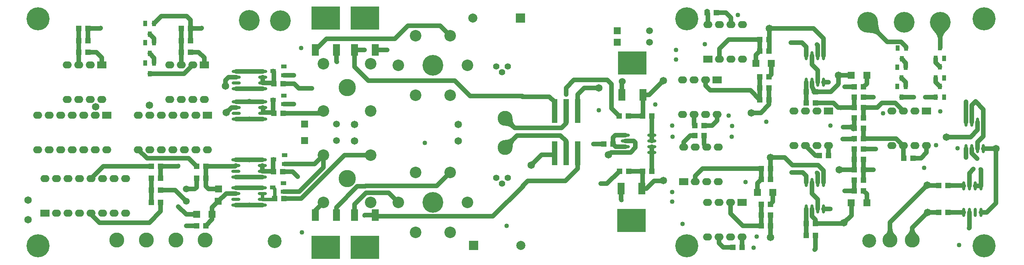
<source format=gtl>
G04 Layer_Physical_Order=1*
G04 Layer_Color=255*
%FSLAX25Y25*%
%MOIN*%
G70*
G01*
G75*
%ADD10C,0.04000*%
%ADD11R,0.05000X0.21063*%
%ADD12R,0.05906X0.09843*%
%ADD13R,0.25000X0.20000*%
%ADD14O,0.08000X0.02400*%
%ADD15R,0.06000X0.06000*%
%ADD16R,0.05000X0.05000*%
%ADD17R,0.03800X0.04500*%
%ADD18O,0.02400X0.08000*%
%ADD19R,0.04500X0.03800*%
%ADD20C,0.03000*%
%ADD21C,0.06000*%
%ADD22C,0.12000*%
%ADD23C,0.10000*%
%ADD24C,0.15000*%
%ADD25C,0.18000*%
%ADD26C,0.07874*%
%ADD27R,0.07874X0.07874*%
%ADD28C,0.05512*%
%ADD29C,0.05906*%
%ADD30R,0.05906X0.05906*%
%ADD31C,0.13000*%
%ADD32C,0.06500*%
%ADD33O,0.08000X0.06000*%
%ADD34R,0.08000X0.06000*%
%ADD35C,0.20000*%
%ADD36C,0.04000*%
%ADD37C,0.04004*%
G36*
X436458Y106882D02*
X436063Y106451D01*
X435711Y105990D01*
X435400Y105499D01*
X435132Y104979D01*
X434907Y104429D01*
X434723Y103849D01*
X434582Y103239D01*
X434483Y102599D01*
X434427Y101930D01*
X434413Y101230D01*
X427978Y107665D01*
X428678Y107679D01*
X429347Y107735D01*
X429987Y107834D01*
X430596Y107975D01*
X431177Y108159D01*
X431727Y108384D01*
X432247Y108652D01*
X432738Y108963D01*
X433199Y109315D01*
X433630Y109711D01*
X436458Y106882D01*
D02*
G37*
G36*
X783226Y30071D02*
X783303Y29495D01*
X783430Y28929D01*
X783609Y28371D01*
X783838Y27823D01*
X784119Y27283D01*
X784450Y26752D01*
X784833Y26230D01*
X785266Y25717D01*
X785751Y25212D01*
X776651D01*
X777135Y25717D01*
X777569Y26230D01*
X777951Y26752D01*
X778283Y27283D01*
X778563Y27823D01*
X778793Y28371D01*
X778971Y28929D01*
X779099Y29495D01*
X779175Y30071D01*
X779201Y30655D01*
X783201D01*
X783226Y30071D01*
D02*
G37*
G36*
X764084D02*
X764161Y29495D01*
X764289Y28929D01*
X764467Y28371D01*
X764697Y27823D01*
X764977Y27283D01*
X765309Y26752D01*
X765691Y26230D01*
X766124Y25717D01*
X766609Y25212D01*
X757509D01*
X757994Y25717D01*
X758427Y26230D01*
X758810Y26752D01*
X759141Y27283D01*
X759421Y27823D01*
X759651Y28371D01*
X759830Y28929D01*
X759957Y29495D01*
X760034Y30071D01*
X760059Y30655D01*
X764059D01*
X764084Y30071D01*
D02*
G37*
G36*
X751730Y208369D02*
X751911Y206243D01*
X752078Y205285D01*
X752296Y204398D01*
X752566Y203582D01*
X752886Y202835D01*
X753258Y202160D01*
X753681Y201554D01*
X754155Y201019D01*
X751326Y198191D01*
X750792Y198665D01*
X750186Y199088D01*
X749510Y199460D01*
X748764Y199780D01*
X747948Y200049D01*
X747060Y200268D01*
X746103Y200435D01*
X745075Y200551D01*
X743976Y200615D01*
X742807Y200629D01*
X751717Y209538D01*
X751730Y208369D01*
D02*
G37*
G36*
X810931Y202365D02*
X809555Y200734D01*
X808996Y199938D01*
X808523Y199157D01*
X808136Y198389D01*
X807835Y197634D01*
X807620Y196894D01*
X807491Y196167D01*
X807448Y195453D01*
X803448D01*
X803405Y196167D01*
X803276Y196894D01*
X803061Y197634D01*
X802760Y198389D01*
X802373Y199157D01*
X801900Y199938D01*
X801341Y200734D01*
X800696Y201542D01*
X799965Y202365D01*
X799148Y203201D01*
X811748D01*
X810931Y202365D01*
D02*
G37*
G36*
X434427Y125531D02*
X434483Y124862D01*
X434582Y124222D01*
X434723Y123612D01*
X434907Y123032D01*
X435132Y122482D01*
X435400Y121961D01*
X435711Y121471D01*
X436063Y121010D01*
X436458Y120579D01*
X433630Y117750D01*
X433199Y118145D01*
X432738Y118498D01*
X432247Y118808D01*
X431727Y119076D01*
X431177Y119302D01*
X430596Y119485D01*
X429987Y119626D01*
X429347Y119725D01*
X428678Y119782D01*
X427978Y119796D01*
X434413Y126230D01*
X434427Y125531D01*
D02*
G37*
D10*
X695632Y151049D02*
G03*
X694293Y153735I-6459J-1541D01*
G01*
X695813Y149508D02*
G03*
X695632Y151049I-6640J0D01*
G01*
X436098Y118110D02*
X476968D01*
X427913Y126295D02*
X436098Y118110D01*
X476968D02*
X480807Y121949D01*
X438264Y111516D02*
X475984D01*
X427913Y101165D02*
X438264Y111516D01*
X475984D02*
X480807Y106693D01*
X459646Y94784D02*
X467880D01*
X450689Y85827D02*
X459646Y94784D01*
X480217Y72146D02*
X490945Y82874D01*
X447638Y72146D02*
X480217D01*
X443307Y67815D02*
X447638Y72146D01*
X480807Y121949D02*
Y132776D01*
Y96136D02*
Y106693D01*
X470807Y132776D02*
Y140709D01*
X466339Y145177D02*
X470807Y140709D01*
X443012Y145177D02*
X466339D01*
X516311Y69587D02*
X527236Y80512D01*
X511024Y69587D02*
X516311D01*
X520177Y134941D02*
X526772Y128347D01*
X520177Y134941D02*
Y156004D01*
X516535Y159646D02*
X520177Y156004D01*
X487697Y159646D02*
X516535D01*
X480807Y152756D02*
X487697Y159646D01*
X480807Y147146D02*
Y152756D01*
X496527Y152728D02*
X509154D01*
X490807Y147008D02*
X496527Y152728D01*
X794587Y44865D02*
X804106D01*
X812192Y44778D02*
X825840D01*
X830610Y31102D02*
X830840Y31332D01*
Y44778D01*
X843058Y110643D02*
Y123026D01*
X838058Y105643D02*
X843058Y110643D01*
X838058Y100026D02*
Y105643D01*
X833058Y96063D02*
X837598Y91522D01*
X833058Y96063D02*
Y100026D01*
X828058Y92329D02*
Y100026D01*
X838058Y116306D02*
Y123026D01*
X831971Y110219D02*
X838058Y116306D01*
X811024Y110219D02*
X831971D01*
X794507Y68074D02*
X804106D01*
X835840Y67778D02*
X840840D01*
X830840D02*
Y78736D01*
X834391Y82288D01*
X840840Y67778D02*
Y81798D01*
X845763Y44778D02*
X853839Y52854D01*
Y100026D01*
X843058D02*
X853839D01*
X843058Y123026D02*
Y134108D01*
X836220Y140945D02*
X843058Y134108D01*
X833058Y123026D02*
Y137782D01*
X836220Y140945D01*
X827854Y123229D02*
Y140650D01*
X792717Y144783D02*
X801655D01*
Y157884D02*
X805355Y154183D01*
X801655Y157884D02*
Y161516D01*
Y174616D02*
X805355Y170916D01*
X801655Y174616D02*
Y178248D01*
X805448Y187741D02*
Y209628D01*
X775707Y154183D02*
Y157766D01*
X772007Y161467D02*
X775707Y157766D01*
X775707Y170867D02*
Y174548D01*
X772106Y178150D02*
X775707Y174548D01*
X775806Y187550D02*
Y188542D01*
X771548Y192800D02*
X775806Y188542D01*
X759546Y192800D02*
X771548D01*
X742717Y209628D02*
X759546Y192800D01*
X710532Y149508D02*
X716924Y155900D01*
X697173Y149508D02*
X710532D01*
X704293Y157807D02*
X708630D01*
X698917Y168405D02*
X699293Y168029D01*
Y157807D02*
Y168029D01*
X694293Y173029D02*
X698917Y168405D01*
X694293Y173029D02*
Y180807D01*
X689293D02*
Y188266D01*
X698425Y190551D02*
X699293Y189683D01*
Y180807D02*
Y189683D01*
X704293Y180807D02*
Y195805D01*
X695669Y204429D02*
X704293Y195805D01*
X657185Y204429D02*
X695669D01*
X739004Y144707D02*
X747714D01*
X717242Y156319D02*
Y163762D01*
X716924Y156001D02*
X717242Y156319D01*
X716924Y155900D02*
Y156001D01*
X722424Y153723D02*
X731004D01*
X697173Y139862D02*
X712795D01*
X716966Y135691D01*
X739004Y81597D02*
X747443D01*
X722557Y63565D02*
X731004D01*
X793677Y96728D02*
Y102695D01*
X788762Y91813D02*
X793677Y96728D01*
X781874Y91813D02*
X788762D01*
X773677Y92010D02*
Y102695D01*
X739004Y108695D02*
Y117660D01*
X773162Y102695D02*
X773677D01*
X767162Y108695D02*
X773162Y102695D01*
X739004Y108644D02*
Y108695D01*
Y126675D02*
Y135691D01*
X766510Y139862D02*
X773677Y132695D01*
X754921Y139862D02*
X766510D01*
X750750Y135691D02*
X754921Y139862D01*
X739004Y135691D02*
X750750D01*
X739004Y153723D02*
X741846Y156565D01*
Y163762D01*
X717242D02*
X728346D01*
X731004Y135691D02*
Y144707D01*
Y117660D02*
Y126675D01*
Y90613D02*
Y99628D01*
Y81597D02*
Y90613D01*
X739004Y81597D02*
Y90613D01*
Y72581D02*
Y81597D01*
X731004Y63565D02*
Y72581D01*
X739004Y63565D02*
X741846Y60723D01*
Y53034D02*
Y60723D01*
X718012Y81595D02*
X731002D01*
X708637Y94193D02*
Y102695D01*
X688637Y102695D02*
X697140Y94193D01*
X700637D01*
X699609Y85827D02*
X704293Y81142D01*
X677165Y85827D02*
X699609D01*
X670669Y92323D02*
X677165Y85827D01*
X689293Y70662D02*
Y76553D01*
X686319Y79528D02*
X689293Y76553D01*
X658169Y92323D02*
X670669D01*
X676673Y79528D02*
X686319D01*
X699293Y70662D02*
Y78364D01*
X704293Y47662D02*
X709819D01*
X694293Y61022D02*
X698721Y56595D01*
X699293Y56022D01*
Y47662D02*
Y56022D01*
X694293Y61022D02*
Y70662D01*
X696654Y12402D02*
X697173Y12921D01*
Y24803D01*
X722047Y35630D02*
X728445Y42028D01*
X721457Y35039D02*
X722047Y35630D01*
X728445Y42028D02*
Y52935D01*
X697173Y35039D02*
X721457D01*
X697173D02*
Y38358D01*
X694293Y41238D02*
X697173Y38358D01*
X694293Y41238D02*
Y47662D01*
X633457Y14618D02*
Y23425D01*
X633406Y14567D02*
X633457Y14618D01*
X617126Y14567D02*
X625406D01*
X613457Y18236D02*
X617126Y14567D01*
X613457Y18236D02*
Y23425D01*
X658197Y23228D02*
Y32972D01*
Y42421D01*
Y51772D02*
X660335Y53909D01*
Y61910D01*
X650197Y42421D02*
Y51772D01*
Y32972D02*
Y42421D01*
X623457Y43866D02*
Y53425D01*
X704293Y70662D02*
Y81142D01*
X646835Y61910D02*
Y70063D01*
X650197Y73425D01*
Y82677D01*
X599114D02*
X650197D01*
X592823Y76386D02*
X599114Y82677D01*
X592823Y71488D02*
Y76386D01*
X582823Y101488D02*
Y105756D01*
X588484Y111417D01*
X592520D01*
X600520Y103791D02*
X602823Y101488D01*
X600520Y103791D02*
Y111417D01*
X611831Y124429D02*
Y129626D01*
X607480Y120079D02*
X611831Y124429D01*
X600520Y120079D02*
X607480D01*
X591831Y120768D02*
Y129626D01*
X657016Y142520D02*
Y152756D01*
Y138315D02*
Y142520D01*
X601831Y154665D02*
Y159626D01*
Y154665D02*
X605905Y150591D01*
X640945D01*
X649016Y142520D01*
Y152756D01*
Y162402D01*
X657016D02*
X659055Y164441D01*
Y174213D01*
X645555D02*
Y181480D01*
X648917Y184843D01*
Y194587D01*
X621949D02*
X648917D01*
X613957Y186594D02*
X621949Y194587D01*
X613957Y177854D02*
Y186594D01*
X619509Y218089D02*
X623957Y213642D01*
X611122Y218089D02*
X619509D01*
X603122Y218089D02*
X603957Y217255D01*
X555283Y80512D02*
Y96811D01*
X535236Y80512D02*
X547283D01*
X546661Y65545D02*
X547283Y66167D01*
Y80512D01*
X550486Y65545D02*
X557087Y72146D01*
X546661Y65545D02*
X550486D01*
X528551Y55997D02*
Y65545D01*
X517618Y94685D02*
X519744Y96811D01*
X532283Y106811D02*
X539646D01*
X540945Y105512D01*
Y100984D02*
Y105512D01*
X536772Y96811D02*
X540945Y100984D01*
X532283Y96811D02*
X536772D01*
X519744D02*
X532283D01*
X523878Y101811D02*
X532283D01*
X521457Y104232D02*
X523878Y101811D01*
X521457Y104232D02*
Y109744D01*
X523524Y111811D01*
X532283D01*
X555283Y96811D02*
Y101811D01*
X547283Y128347D02*
X547448Y128511D01*
Y146771D01*
X529338D02*
Y158275D01*
X57953Y193898D02*
Y204429D01*
Y183858D02*
Y193898D01*
Y172736D02*
Y183858D01*
X65953Y193898D02*
Y204429D01*
Y183858D02*
X73228D01*
X77953Y179134D01*
Y172736D02*
Y179134D01*
X65953Y204429D02*
X76575D01*
X76870Y204724D01*
X123106Y208760D02*
X129429Y215084D01*
X151550D01*
X154823Y211811D01*
Y204429D02*
Y211811D01*
Y204429D02*
X164272D01*
X164665Y204823D01*
X119405Y199360D02*
X123106Y195660D01*
Y191978D02*
Y195660D01*
X119405Y182578D02*
X123106Y178878D01*
Y174557D02*
Y178878D01*
X119405Y165157D02*
X149221D01*
X156800Y172736D01*
X146800D02*
X146823Y172759D01*
X154823Y193925D02*
Y204429D01*
X154800Y183858D02*
X162008D01*
X166800Y179066D01*
Y172736D02*
Y179066D01*
X68405Y73996D02*
X79252Y84842D01*
X120839D01*
X68405Y43209D02*
Y43996D01*
Y43209D02*
X75787Y35827D01*
X119095D01*
X128839Y45571D01*
Y53543D01*
X120839D02*
Y63976D01*
Y74410D01*
X128839D02*
Y84842D01*
X143898D01*
X109686Y99235D02*
X117189Y91732D01*
X153248D01*
X160138Y84842D01*
X168138D02*
X193681D01*
X194291Y85453D01*
X160138Y66535D02*
Y74508D01*
X158563Y64961D02*
X160138Y66535D01*
X151181Y64961D02*
X158563D01*
X128839Y63976D02*
X141437D01*
X151083Y54331D01*
X168138Y74508D02*
Y84842D01*
Y67295D02*
Y74508D01*
Y67295D02*
X170472Y64961D01*
X179134D01*
X151181Y33071D02*
X160138D01*
X151083Y32972D02*
X151181Y33071D01*
X168138D02*
X173638Y38571D01*
Y43110D01*
Y48933D01*
X179035Y54331D01*
X185748Y61043D02*
X194390D01*
X179035Y54331D02*
X185748Y61043D01*
X151181Y43110D02*
X160138D01*
X185396Y154528D02*
Y159411D01*
X187913Y161929D01*
X194488D01*
X217488Y156929D02*
Y161929D01*
Y156929D02*
X226705D01*
X227236Y156398D01*
Y166849D01*
X226525Y167560D02*
X227236Y166849D01*
X235925Y163860D02*
X244605D01*
X235236Y156398D02*
X244783D01*
X235925Y138761D02*
X244470D01*
X235138Y130807D02*
X268406D01*
X270248Y132650D01*
X226525Y131420D02*
Y142461D01*
X218061Y131420D02*
X226525D01*
X218061D02*
Y135273D01*
X217488Y135846D02*
X218061Y135273D01*
X217291Y80453D02*
Y85453D01*
Y80453D02*
X226508D01*
Y90082D01*
X227017Y90591D01*
X236417Y86891D02*
X262722D01*
X270248Y94417D01*
X234842Y80118D02*
X243504D01*
X247835Y75787D01*
X235756Y56595D02*
X250787D01*
X288610Y94417D01*
X311248D01*
X235728Y62777D02*
X249391D01*
X270248Y83634D01*
Y94417D01*
X263337Y42296D02*
Y46506D01*
X270248Y53417D01*
X306371Y42296D02*
X315256D01*
X263337Y185757D02*
X273031Y195451D01*
X332164D01*
X343602Y206890D01*
X371591D01*
X380256Y198225D01*
X281447Y175836D02*
Y185757D01*
Y175836D02*
X281791Y175492D01*
X297146Y185757D02*
X305976D01*
X315256D02*
X325464D01*
X368547Y67618D02*
X380256Y79327D01*
X306769Y67618D02*
X368547D01*
X306572Y67421D02*
X306769Y67618D01*
X281447Y42296D02*
Y49164D01*
X299705Y67421D01*
X306572D01*
X297146Y42296D02*
Y51772D01*
X307185Y61811D01*
X326791D01*
X335256Y53347D01*
X315256Y41346D02*
Y42296D01*
X384252Y158957D02*
X397539Y145669D01*
X309252Y158957D02*
X384252D01*
X297146Y171063D02*
X309252Y158957D01*
X297146Y171063D02*
Y185757D01*
X144390Y49902D02*
X151181Y43110D01*
X144193Y49902D02*
X144390D01*
X194488Y151929D02*
X206004D01*
X217488D01*
X194291Y75453D02*
X205906D01*
X217291D01*
X194390Y66043D02*
X205890D01*
X217390D01*
X186024Y131398D02*
X190472Y135846D01*
X194488D01*
X244783Y156398D02*
X248819Y152362D01*
X260236D01*
X557087Y72146D02*
X565158D01*
X649902Y131201D02*
X657016Y138315D01*
X641535Y131201D02*
X649902D01*
X623457Y43866D02*
X634350Y32972D01*
X650197D01*
X730273Y116929D02*
X731004Y117660D01*
X730529Y108169D02*
X731004Y108644D01*
X720965Y108563D02*
X730135D01*
X727703Y118701D02*
X728102Y119100D01*
X721260Y118701D02*
X727703D01*
X547448Y146771D02*
X552972D01*
X603122Y219270D02*
Y219270D01*
X812106Y68074D02*
X825545D01*
X825840Y67778D01*
X534772Y128347D02*
X547283D01*
X749432Y99628D02*
X749606Y99803D01*
X739004Y99628D02*
X749432D01*
X675801Y192028D02*
X685532D01*
X689293Y188266D01*
X397539Y145669D02*
X443012D01*
X657185Y185110D02*
Y204429D01*
X623957Y206673D02*
Y213642D01*
X194488Y166929D02*
X217488D01*
X194488Y140847D02*
X217488D01*
X194291Y90453D02*
X217291D01*
X739004Y108695D02*
X767162D01*
X695177Y151504D02*
X695632Y151049D01*
X694293Y153735D02*
Y157807D01*
X695632Y151049D02*
X697173Y149508D01*
X490807Y130807D02*
Y147008D01*
X146823Y172759D02*
Y204429D01*
X772007Y144783D02*
X782480D01*
X689293Y139982D02*
Y157807D01*
Y24923D02*
Y47662D01*
X603957Y206673D02*
Y217255D01*
X730135Y108563D02*
X730529Y108169D01*
X728102Y119100D02*
X730273Y116929D01*
X552972Y146771D02*
X565551Y159350D01*
X555283Y106811D02*
Y128347D01*
X658169Y73453D02*
Y92323D01*
X490945Y82874D02*
Y97966D01*
X417331Y41346D02*
X443553Y67569D01*
X315256Y41346D02*
X417331D01*
X762059Y36057D02*
X794291Y68290D01*
X762059Y20570D02*
Y36057D01*
X781201Y20570D02*
Y31479D01*
X794587Y44865D01*
X840840Y44778D02*
X845763D01*
X716966Y135691D02*
X731004D01*
X194390Y51043D02*
X217390D01*
X504528Y104232D02*
X513457Y104232D01*
X194488Y125847D02*
X217488D01*
D11*
X470807Y96136D02*
D03*
X480807D02*
D03*
X490807D02*
D03*
X470807Y132776D02*
D03*
X480807D02*
D03*
X490807D02*
D03*
D12*
X281447Y42296D02*
D03*
X263337D02*
D03*
X281447Y185757D02*
D03*
X263337D02*
D03*
X297146D02*
D03*
X315256D02*
D03*
X546661Y65545D02*
D03*
X528551D02*
D03*
X529338Y146771D02*
D03*
X547448D02*
D03*
X315256Y42296D02*
D03*
X297146D02*
D03*
D13*
X272392Y14546D02*
D03*
X272392Y213507D02*
D03*
X306201D02*
D03*
X537606Y37795D02*
D03*
X538393Y174521D02*
D03*
X306201Y14546D02*
D03*
D14*
X217488Y140847D02*
D03*
Y135846D02*
D03*
Y130847D02*
D03*
X194488D02*
D03*
Y135846D02*
D03*
Y140847D02*
D03*
Y125847D02*
D03*
X217488D02*
D03*
Y166929D02*
D03*
Y161929D02*
D03*
Y156929D02*
D03*
X194488D02*
D03*
Y161929D02*
D03*
Y166929D02*
D03*
X217291Y90453D02*
D03*
Y85453D02*
D03*
Y80453D02*
D03*
X194291D02*
D03*
Y85453D02*
D03*
Y90453D02*
D03*
X217390Y66043D02*
D03*
Y61043D02*
D03*
Y56043D02*
D03*
X194390D02*
D03*
Y61043D02*
D03*
Y66043D02*
D03*
X194488Y151929D02*
D03*
X217488D02*
D03*
X194291Y75453D02*
D03*
X217291D02*
D03*
X194390Y51043D02*
D03*
X217390D02*
D03*
X532283Y111811D02*
D03*
Y106811D02*
D03*
Y101811D02*
D03*
Y96811D02*
D03*
X555283D02*
D03*
Y101811D02*
D03*
Y106811D02*
D03*
Y111811D02*
D03*
D15*
X160138Y43110D02*
D03*
X173638D02*
D03*
X728346Y163762D02*
D03*
X741846D02*
D03*
X660335Y61910D02*
D03*
X646835D02*
D03*
X659055Y174213D02*
D03*
X645555D02*
D03*
X741846Y53034D02*
D03*
X728346D02*
D03*
D16*
X120839Y53543D02*
D03*
X128839D02*
D03*
X120839Y63976D02*
D03*
X128839D02*
D03*
Y84842D02*
D03*
Y74410D02*
D03*
X120839D02*
D03*
X168138Y33071D02*
D03*
Y84842D02*
D03*
X160138D02*
D03*
X168138Y74508D02*
D03*
X781874Y91813D02*
D03*
X773874D02*
D03*
X731004Y99628D02*
D03*
X739004D02*
D03*
X650197Y73425D02*
D03*
X658197D02*
D03*
X648917Y194587D02*
D03*
X656917D02*
D03*
X658197Y42421D02*
D03*
X650197D02*
D03*
X657016Y142520D02*
D03*
X649016D02*
D03*
X708637Y94193D02*
D03*
X700637D02*
D03*
X146823Y204429D02*
D03*
X57953D02*
D03*
X804106Y68074D02*
D03*
X812106D02*
D03*
X804106Y44865D02*
D03*
X812106D02*
D03*
X527236Y80512D02*
D03*
X535236D02*
D03*
X547283D02*
D03*
X555283D02*
D03*
Y128347D02*
D03*
X547283D02*
D03*
X521457Y104232D02*
D03*
X739004Y63565D02*
D03*
Y153723D02*
D03*
X697173Y35039D02*
D03*
X689173D02*
D03*
X697173Y149508D02*
D03*
X689173D02*
D03*
X697173Y24803D02*
D03*
X689173D02*
D03*
X650197Y82677D02*
D03*
X658197D02*
D03*
X648917Y184843D02*
D03*
X656917D02*
D03*
X650197Y51772D02*
D03*
X658197D02*
D03*
X649016Y162402D02*
D03*
X657016D02*
D03*
Y152756D02*
D03*
X649016D02*
D03*
X658197Y32972D02*
D03*
X650197D02*
D03*
X154800Y183858D02*
D03*
X146800D02*
D03*
X146850Y193898D02*
D03*
X57953D02*
D03*
X65953Y183858D02*
D03*
X57953D02*
D03*
X611122Y218089D02*
D03*
X603122D02*
D03*
X592520Y120079D02*
D03*
X600520D02*
D03*
Y111417D02*
D03*
X592520D02*
D03*
X625406Y14567D02*
D03*
X633406D02*
D03*
X689173Y139862D02*
D03*
X697173D02*
D03*
X739004Y90613D02*
D03*
X731004D02*
D03*
Y81597D02*
D03*
X739004D02*
D03*
Y108644D02*
D03*
X731004Y153723D02*
D03*
Y63565D02*
D03*
Y135691D02*
D03*
X739004D02*
D03*
X731004Y72581D02*
D03*
X739004D02*
D03*
X731004Y144707D02*
D03*
X227756Y56595D02*
D03*
X235756D02*
D03*
X227236Y156398D02*
D03*
X235236D02*
D03*
X226842Y80118D02*
D03*
X234842D02*
D03*
X227138Y130807D02*
D03*
X235138D02*
D03*
X526772Y128347D02*
D03*
X534772D02*
D03*
X154823Y204429D02*
D03*
X65953D02*
D03*
X154850Y193898D02*
D03*
X160138Y33071D02*
D03*
Y74508D02*
D03*
X65953Y193898D02*
D03*
X120839Y84842D02*
D03*
X513457Y104232D02*
D03*
X731004Y108644D02*
D03*
X739004Y144707D02*
D03*
Y117660D02*
D03*
X731004D02*
D03*
X739004Y126675D02*
D03*
X731004D02*
D03*
D17*
X805355Y170916D02*
D03*
X809055Y161516D02*
D03*
X801655D02*
D03*
X775707Y154183D02*
D03*
X772007Y161467D02*
D03*
X805355Y154183D02*
D03*
X801655Y178248D02*
D03*
X772007Y144783D02*
D03*
X801655D02*
D03*
X805355Y187648D02*
D03*
X768307Y170867D02*
D03*
X775707D02*
D03*
X772106Y178150D02*
D03*
X768405Y187550D02*
D03*
X775806D02*
D03*
X809055Y178248D02*
D03*
X768307Y154183D02*
D03*
X809055Y144783D02*
D03*
X119405Y165157D02*
D03*
X115706Y174557D02*
D03*
X123106D02*
D03*
X119405Y182578D02*
D03*
X115706Y191978D02*
D03*
X123106D02*
D03*
X119405Y199360D02*
D03*
X115706Y208760D02*
D03*
X123106D02*
D03*
D18*
X840840Y44778D02*
D03*
X835840D02*
D03*
X830840D02*
D03*
X825840D02*
D03*
Y67778D02*
D03*
X830840D02*
D03*
X835840D02*
D03*
X840840D02*
D03*
X704293Y47662D02*
D03*
X699293D02*
D03*
X694293D02*
D03*
X689293D02*
D03*
Y70662D02*
D03*
X694293D02*
D03*
X699293D02*
D03*
X704293D02*
D03*
Y157807D02*
D03*
X699293D02*
D03*
X694293D02*
D03*
X689293D02*
D03*
Y180807D02*
D03*
X694293D02*
D03*
X699293D02*
D03*
X704293D02*
D03*
X843058Y123026D02*
D03*
X838058D02*
D03*
X833058D02*
D03*
X828058D02*
D03*
Y100026D02*
D03*
X833058D02*
D03*
X838058D02*
D03*
X843058D02*
D03*
D19*
X235925Y138761D02*
D03*
Y146161D02*
D03*
X226525Y142461D02*
D03*
X236417Y86891D02*
D03*
Y94291D02*
D03*
X227017Y90591D02*
D03*
X235728Y62777D02*
D03*
Y70177D02*
D03*
X226328Y66477D02*
D03*
X226525Y167560D02*
D03*
X235925Y171260D02*
D03*
Y163860D02*
D03*
D20*
X217390Y56043D02*
Y61043D01*
Y56043D02*
X227205D01*
X227756Y56595D01*
Y65050D01*
X226328Y66477D02*
X227756Y65050D01*
D21*
X529429Y158366D02*
D03*
D22*
X227756Y19685D02*
D03*
X743799Y20070D02*
D03*
D23*
X270248Y173650D02*
D03*
X311248D02*
D03*
Y132650D02*
D03*
X270248D02*
D03*
X380256Y198225D02*
D03*
X395256Y172244D02*
D03*
X380256Y146263D02*
D03*
X350256D02*
D03*
X335256Y172244D02*
D03*
X350256Y198225D02*
D03*
X380256Y79327D02*
D03*
X395256Y53347D02*
D03*
X380256Y27365D02*
D03*
X350256D02*
D03*
X335256Y53347D02*
D03*
X350256Y79327D02*
D03*
X311248Y94417D02*
D03*
X270248D02*
D03*
Y53417D02*
D03*
X311248D02*
D03*
D24*
X290748Y153150D02*
D03*
Y73917D02*
D03*
D25*
X365256Y172244D02*
D03*
X205807Y211516D02*
D03*
X774083Y209628D02*
D03*
X805448D02*
D03*
X232776Y211024D02*
D03*
X742717Y209628D02*
D03*
X365256Y53347D02*
D03*
D26*
X400000Y213287D02*
D03*
X441634Y15945D02*
D03*
D27*
X441181Y213287D02*
D03*
X400453Y15945D02*
D03*
D28*
X430354Y171496D02*
D03*
X425354Y166496D02*
D03*
X420354Y171496D02*
D03*
Y74646D02*
D03*
X425354Y69646D02*
D03*
X430354Y74646D02*
D03*
D29*
X553113Y192328D02*
D03*
X281695Y121280D02*
D03*
X553113Y202564D02*
D03*
X151083Y54331D02*
D03*
X151181Y64961D02*
D03*
X281695Y107190D02*
D03*
D30*
X525161Y192328D02*
D03*
X253743Y121280D02*
D03*
X179035Y54331D02*
D03*
X179134Y64961D02*
D03*
X525161Y202564D02*
D03*
X253743Y107190D02*
D03*
D31*
X167583Y20570D02*
D03*
X781201D02*
D03*
X427913Y101165D02*
D03*
Y126295D02*
D03*
X91062Y20570D02*
D03*
X116569Y20570D02*
D03*
X142076D02*
D03*
X762059Y20570D02*
D03*
D32*
X297342Y106693D02*
D03*
X387343D02*
D03*
X565158Y159153D02*
D03*
X718012Y81595D02*
D03*
X794587Y44865D02*
D03*
X794291Y68290D02*
D03*
X853839Y100026D02*
D03*
X811024Y110219D02*
D03*
X119193Y137697D02*
D03*
X565256Y72244D02*
D03*
X658394Y23031D02*
D03*
X658169Y92323D02*
D03*
X450689Y85827D02*
D03*
X509154Y152728D02*
D03*
X657185Y204429D02*
D03*
X641535Y131201D02*
D03*
X13976Y55264D02*
D03*
X185396Y154528D02*
D03*
X186024Y131398D02*
D03*
X72539Y136516D02*
D03*
X517618Y94685D02*
D03*
X717224Y163779D02*
D03*
X13976Y38480D02*
D03*
X297342Y120980D02*
D03*
X387343D02*
D03*
X722047Y35630D02*
D03*
D33*
X28405Y73996D02*
D03*
X38405D02*
D03*
X48406D02*
D03*
X58406D02*
D03*
X68405D02*
D03*
X78405D02*
D03*
X98405D02*
D03*
Y43996D02*
D03*
X88406D02*
D03*
X78405D02*
D03*
X68405D02*
D03*
X58406D02*
D03*
X48406D02*
D03*
X38405D02*
D03*
X88406Y73996D02*
D03*
X169686Y99235D02*
D03*
X149686D02*
D03*
X139686D02*
D03*
X129686D02*
D03*
X119686D02*
D03*
X109686D02*
D03*
X119686Y129235D02*
D03*
X129686D02*
D03*
X139686D02*
D03*
X159686D02*
D03*
X109686D02*
D03*
X149686D02*
D03*
X159686Y99235D02*
D03*
X77953Y142736D02*
D03*
X67953D02*
D03*
X57953D02*
D03*
X47953D02*
D03*
Y172736D02*
D03*
X57953D02*
D03*
X67953D02*
D03*
X708637Y102695D02*
D03*
X698637D02*
D03*
X688637D02*
D03*
X678637D02*
D03*
Y132695D02*
D03*
X698637D02*
D03*
X623457Y53425D02*
D03*
X613457D02*
D03*
X603457D02*
D03*
Y23425D02*
D03*
X613457D02*
D03*
X623457D02*
D03*
X633457D02*
D03*
X611831Y129626D02*
D03*
X601831D02*
D03*
X591831D02*
D03*
X581831D02*
D03*
Y159626D02*
D03*
X591831D02*
D03*
X601831D02*
D03*
X592823Y71488D02*
D03*
X602823D02*
D03*
X612823D02*
D03*
Y101488D02*
D03*
X602823D02*
D03*
X592823D02*
D03*
X582823D02*
D03*
X603957Y207854D02*
D03*
X613957D02*
D03*
X623957D02*
D03*
X633957D02*
D03*
Y177854D02*
D03*
X623957D02*
D03*
X613957D02*
D03*
X156800Y172736D02*
D03*
X146800D02*
D03*
X136800D02*
D03*
Y142736D02*
D03*
X146800D02*
D03*
X156800D02*
D03*
X166800D02*
D03*
X688637Y132695D02*
D03*
X783677D02*
D03*
X793677Y102695D02*
D03*
X783677D02*
D03*
X773677D02*
D03*
X763677D02*
D03*
Y132695D02*
D03*
X773677D02*
D03*
X42285Y129235D02*
D03*
X52285D02*
D03*
X22285D02*
D03*
X82285Y99235D02*
D03*
X72285D02*
D03*
X62285D02*
D03*
X52285D02*
D03*
X42285D02*
D03*
X32285D02*
D03*
X22285D02*
D03*
X32285Y129235D02*
D03*
X62285D02*
D03*
X72285D02*
D03*
D34*
X28405Y43996D02*
D03*
X169686Y129235D02*
D03*
X77953Y172736D02*
D03*
X708637Y132695D02*
D03*
X633457Y53425D02*
D03*
X611831Y159626D02*
D03*
X582823Y71488D02*
D03*
X603957Y177854D02*
D03*
X166800Y172736D02*
D03*
X793677Y132695D02*
D03*
X82285Y129235D02*
D03*
D35*
X22638Y15748D02*
D03*
X585472Y212598D02*
D03*
Y15748D02*
D03*
X22638Y212598D02*
D03*
X843504Y15748D02*
D03*
Y212598D02*
D03*
D36*
X443307Y67815D02*
D03*
X509154Y133465D02*
D03*
X480807Y147146D02*
D03*
X511024Y69587D02*
D03*
X837598Y91522D02*
D03*
X828058Y92329D02*
D03*
X792717Y144783D02*
D03*
X747714Y144707D02*
D03*
X708630Y157807D02*
D03*
X722424Y153723D02*
D03*
X747443Y81597D02*
D03*
X722557Y63565D02*
D03*
X756004Y130610D02*
D03*
X696654Y12402D02*
D03*
X830610Y31102D02*
D03*
X834391Y82288D02*
D03*
X840453Y82185D02*
D03*
X820472Y100376D02*
D03*
X836220Y140945D02*
D03*
X827854Y140650D02*
D03*
X698721Y56595D02*
D03*
X654429Y123327D02*
D03*
X698917Y168405D02*
D03*
X710335Y120177D02*
D03*
X698721Y78937D02*
D03*
X646161Y23819D02*
D03*
X643504Y14075D02*
D03*
X581791Y34843D02*
D03*
X529035Y55512D02*
D03*
X576279Y185827D02*
D03*
X572933Y119980D02*
D03*
X573327Y110433D02*
D03*
X624508Y110335D02*
D03*
X558268Y138386D02*
D03*
X698425Y190551D02*
D03*
X76870Y204724D02*
D03*
X144193Y85138D02*
D03*
X151083Y32972D02*
D03*
X250984Y187402D02*
D03*
X244685Y163779D02*
D03*
X244587Y138878D02*
D03*
X247835Y75787D02*
D03*
X281791Y175492D02*
D03*
X306004Y185728D02*
D03*
X325492D02*
D03*
X251673Y27461D02*
D03*
X306004Y41929D02*
D03*
X164665Y204823D02*
D03*
X206004Y167224D02*
D03*
Y151929D02*
D03*
X205906Y141339D02*
D03*
X206004Y125984D02*
D03*
X205906Y90059D02*
D03*
Y75453D02*
D03*
X205890Y66043D02*
D03*
X206004Y51279D02*
D03*
X144193Y49902D02*
D03*
X358366Y105217D02*
D03*
X429331Y33169D02*
D03*
X443012Y145177D02*
D03*
X260236Y152362D02*
D03*
X576083Y177264D02*
D03*
X720965Y108563D02*
D03*
X721260Y118701D02*
D03*
X821949Y16437D02*
D03*
X601279Y190847D02*
D03*
X629921Y216142D02*
D03*
X572835Y62500D02*
D03*
X573032Y54035D02*
D03*
X801968Y103051D02*
D03*
X791634Y83465D02*
D03*
X749606Y99803D02*
D03*
X782480Y144882D02*
D03*
X805484Y132508D02*
D03*
X675801Y192028D02*
D03*
X624803Y119882D02*
D03*
X719095Y135531D02*
D03*
X710138Y47638D02*
D03*
X504528Y104035D02*
D03*
X621949Y128642D02*
D03*
X676673Y79528D02*
D03*
D37*
X636713Y71161D02*
D03*
M02*

</source>
